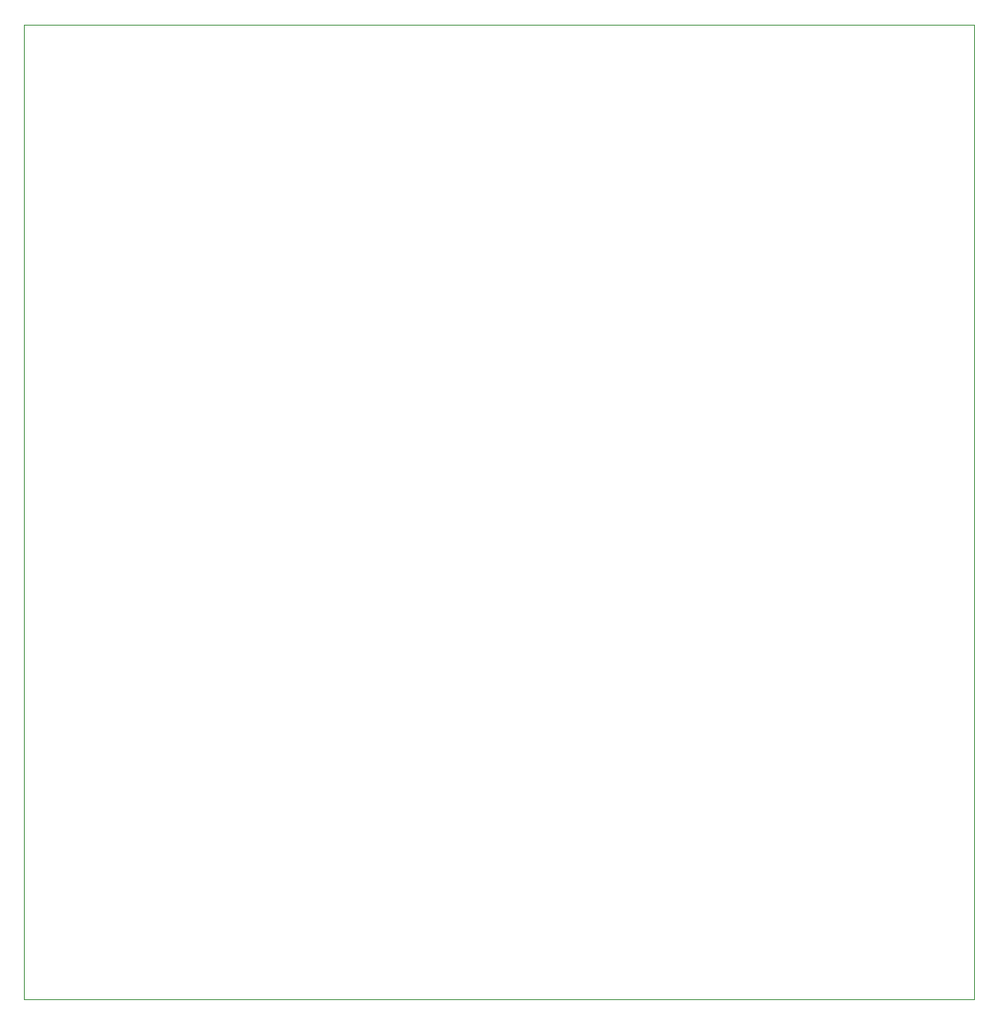
<source format=gm1>
G04 #@! TF.GenerationSoftware,KiCad,Pcbnew,(5.1.4)-1*
G04 #@! TF.CreationDate,2021-06-03T21:11:04-04:00*
G04 #@! TF.ProjectId,shunt_current_control_v2,7368756e-745f-4637-9572-72656e745f63,rev?*
G04 #@! TF.SameCoordinates,Original*
G04 #@! TF.FileFunction,Profile,NP*
%FSLAX46Y46*%
G04 Gerber Fmt 4.6, Leading zero omitted, Abs format (unit mm)*
G04 Created by KiCad (PCBNEW (5.1.4)-1) date 2021-06-03 21:11:04*
%MOMM*%
%LPD*%
G04 APERTURE LIST*
%ADD10C,0.050000*%
G04 APERTURE END LIST*
D10*
X65000000Y-36000000D02*
X65000000Y-136000000D01*
X162500000Y-136000000D02*
X162500000Y-36000000D01*
X65000000Y-136000000D02*
X162500000Y-136000000D01*
X65000000Y-36000000D02*
X162500000Y-36000000D01*
M02*

</source>
